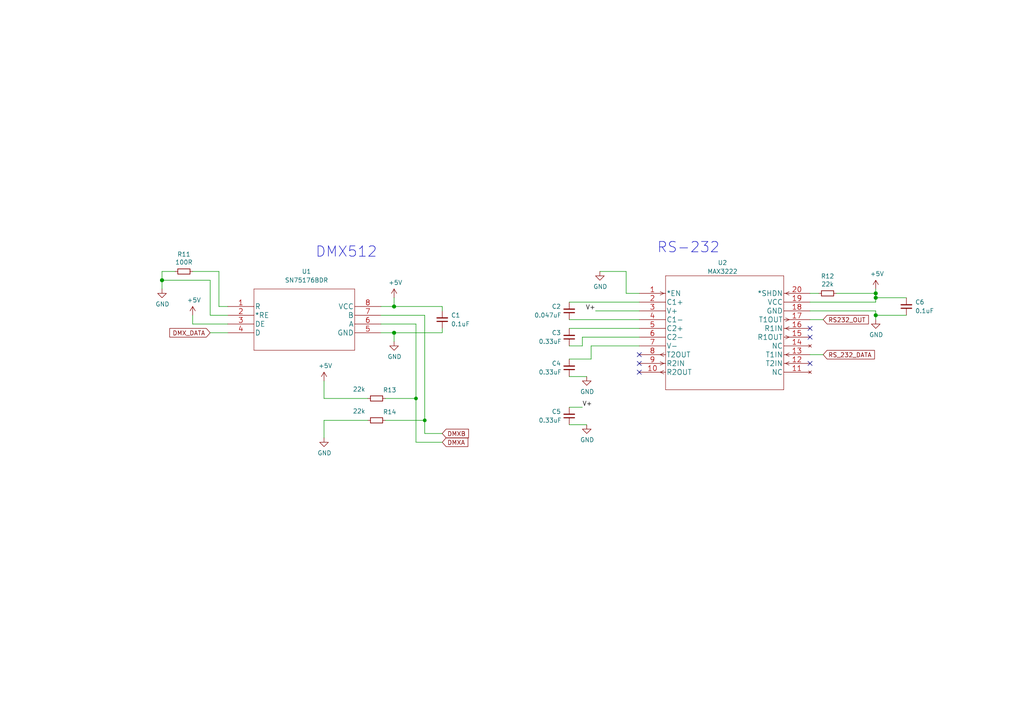
<source format=kicad_sch>
(kicad_sch (version 20230121) (generator eeschema)
  (paper "A4")
  (lib_symbols
    (symbol "Device:C_Small" (pin_numbers hide) (pin_names (offset 0.254) hide)
      (property "Reference" "C" (at 0.254 1.778 0))
      (property "Value" "C_Small" (at 0.254 -2.032 0))
      (symbol "C_Small_0_1"
        (polyline (pts (xy -1.524 -0.508) (xy 1.524 -0.508)) (stroke (width 0.3302)))
        (polyline (pts (xy -1.524 0.508) (xy 1.524 0.508)) (stroke (width 0.3048)))
      )
      (symbol "C_Small_1_1"
        (pin passive line (at 0 2.54 270) (length 2.032) (name "~") (number "1"))
        (pin passive line (at 0 -2.54 90) (length 2.032) (name "~") (number "2"))
      )
    )
    (symbol "Device:R_Small" (pin_numbers hide) (pin_names (offset 0.254) hide)
      (property "Reference" "R" (at 0.762 0.508 0))
      (property "Value" "R_Small" (at 0.762 -1.016 0))
      (symbol "R_Small_0_1"
        (rectangle (start -0.762 1.778) (end 0.762 -1.778) (stroke (width 0.2032)))
      )
      (symbol "R_Small_1_1"
        (pin passive line (at 0 2.54 270) (length 0.762) (name "~") (number "1"))
        (pin passive line (at 0 -2.54 90) (length 0.762) (name "~") (number "2"))
      )
    )
    (symbol "MAX3222:MAX3222ECAP+" (pin_names (offset 0.254))
      (property "Reference" "U?" (at 33.02 10.16 0))
      (property "Value" "MAX3222" (at 33.02 7.62 0))
      (symbol "MAX3222ECAP+_1_1"
        (polyline (pts (xy 7.112 -23.368) (xy 6.0452 -22.86)) (stroke (width 0.127)))
        (polyline (pts (xy 7.112 -22.352) (xy 6.0452 -22.86)) (stroke (width 0.127)))
        (polyline (pts (xy 7.112 -20.32) (xy 6.0452 -20.828)) (stroke (width 0.127)))
        (polyline (pts (xy 7.112 -20.32) (xy 6.0452 -19.812)) (stroke (width 0.127)))
        (polyline (pts (xy 7.112 -18.288) (xy 6.0452 -17.78)) (stroke (width 0.127)))
        (polyline (pts (xy 7.112 -17.272) (xy 6.0452 -17.78)) (stroke (width 0.127)))
        (polyline (pts (xy 7.112 0) (xy 6.0452 -0.508)) (stroke (width 0.127)))
        (polyline (pts (xy 7.112 0) (xy 6.0452 0.508)) (stroke (width 0.127)))
        (polyline (pts (xy 7.62 -27.94) (xy 41.91 -27.94)) (stroke (width 0.127)))
        (polyline (pts (xy 7.62 5.08) (xy 7.62 -27.94)) (stroke (width 0.127)))
        (polyline (pts (xy 41.91 -27.94) (xy 41.91 5.08)) (stroke (width 0.127)))
        (polyline (pts (xy 41.91 5.08) (xy 7.62 5.08)) (stroke (width 0.127)))
        (polyline (pts (xy 42.418 -20.32) (xy 43.4848 -20.828)) (stroke (width 0.127)))
        (polyline (pts (xy 42.418 -20.32) (xy 43.4848 -19.812)) (stroke (width 0.127)))
        (polyline (pts (xy 42.418 -17.78) (xy 43.4848 -18.288)) (stroke (width 0.127)))
        (polyline (pts (xy 42.418 -17.78) (xy 43.4848 -17.272)) (stroke (width 0.127)))
        (polyline (pts (xy 42.418 -13.208) (xy 43.4848 -12.7)) (stroke (width 0.127)))
        (polyline (pts (xy 42.418 -12.192) (xy 43.4848 -12.7)) (stroke (width 0.127)))
        (polyline (pts (xy 42.418 -10.16) (xy 43.4848 -10.668)) (stroke (width 0.127)))
        (polyline (pts (xy 42.418 -10.16) (xy 43.4848 -9.652)) (stroke (width 0.127)))
        (polyline (pts (xy 42.418 -8.128) (xy 43.4848 -7.62)) (stroke (width 0.127)))
        (polyline (pts (xy 42.418 -7.112) (xy 43.4848 -7.62)) (stroke (width 0.127)))
        (polyline (pts (xy 42.418 0) (xy 43.4848 -0.508)) (stroke (width 0.127)))
        (polyline (pts (xy 42.418 0) (xy 43.4848 0.508)) (stroke (width 0.127)))
        (pin input line (at 0 0 0) (length 7.62) (name "*EN") (number "1"))
        (pin output line (at 0 -22.86 0) (length 7.62) (name "R2OUT") (number "10"))
        (pin no_connect line (at 49.53 -22.86 180) (length 7.62) (name "NC") (number "11"))
        (pin input line (at 49.53 -20.32 180) (length 7.62) (name "T2IN") (number "12"))
        (pin input line (at 49.53 -17.78 180) (length 7.62) (name "T1IN") (number "13"))
        (pin no_connect line (at 49.53 -15.24 180) (length 7.62) (name "NC") (number "14"))
        (pin output line (at 49.53 -12.7 180) (length 7.62) (name "R1OUT") (number "15"))
        (pin input line (at 49.53 -10.16 180) (length 7.62) (name "R1IN") (number "16"))
        (pin output line (at 49.53 -7.62 180) (length 7.62) (name "T1OUT") (number "17"))
        (pin power_in line (at 49.53 -5.08 180) (length 7.62) (name "GND") (number "18"))
        (pin power_in line (at 49.53 -2.54 180) (length 7.62) (name "VCC") (number "19"))
        (pin unspecified line (at 0 -2.54 0) (length 7.62) (name "C1+") (number "2"))
        (pin input line (at 49.53 0 180) (length 7.62) (name "*SHDN") (number "20"))
        (pin power_in line (at 0 -5.08 0) (length 7.62) (name "V+") (number "3"))
        (pin unspecified line (at 0 -7.62 0) (length 7.62) (name "C1-") (number "4"))
        (pin unspecified line (at 0 -10.16 0) (length 7.62) (name "C2+") (number "5"))
        (pin unspecified line (at 0 -12.7 0) (length 7.62) (name "C2-") (number "6"))
        (pin power_in line (at 0 -15.24 0) (length 7.62) (name "V-") (number "7"))
        (pin output line (at 0 -17.78 0) (length 7.62) (name "T2OUT") (number "8"))
        (pin input line (at 0 -20.32 0) (length 7.62) (name "R2IN") (number "9"))
      )
    )
    (symbol "SN75176AP:SN75176AP" (pin_names (offset 0.254))
      (property "Reference" "U?" (at 29.21 10.16 0))
      (property "Value" "SN75176AP" (at 27.94 7.62 0))
      (symbol "SN75176AP_1_1"
        (polyline (pts (xy 7.62 -12.7) (xy 36.83 -12.7)) (stroke (width 0.127)))
        (polyline (pts (xy 7.62 5.08) (xy 7.62 -12.7)) (stroke (width 0.127)))
        (polyline (pts (xy 36.83 -12.7) (xy 36.83 5.08)) (stroke (width 0.127)))
        (polyline (pts (xy 36.83 5.08) (xy 7.62 5.08)) (stroke (width 0.127)))
        (pin output line (at 0 0 0) (length 7.62) (name "R") (number "1"))
        (pin input line (at 0 -2.54 0) (length 7.62) (name "*RE") (number "2"))
        (pin input line (at 0 -5.08 0) (length 7.62) (name "DE") (number "3"))
        (pin input line (at 0 -7.62 0) (length 7.62) (name "D") (number "4"))
        (pin power_in line (at 44.45 -7.62 180) (length 7.62) (name "GND") (number "5"))
        (pin output line (at 44.45 -5.08 180) (length 7.62) (name "A") (number "6"))
        (pin output line (at 44.45 -2.54 180) (length 7.62) (name "B") (number "7"))
        (pin power_in line (at 44.45 0 180) (length 7.62) (name "VCC") (number "8"))
      )
    )
    (symbol "power:+5V" (power) (pin_names (offset 0))
      (property "Value" "+5V" (at 0 3.556 0))
      (symbol "+5V_0_1"
        (polyline (pts (xy -0.762 1.27) (xy 0 2.54)))
        (polyline (pts (xy 0 0) (xy 0 2.54)))
        (polyline (pts (xy 0 2.54) (xy 0.762 1.27)))
      )
      (symbol "+5V_1_1"
        (pin power_in line (at 0 0 90) (length 0) hide (name "+5V") (number "1"))
      )
    )
    (symbol "power:GND" (power) (pin_names (offset 0))
      (property "Value" "GND" (at 0 -3.81 0))
      (symbol "GND_0_1"
        (polyline (pts (xy 0 0) (xy 0 -1.27) (xy 1.27 -1.27) (xy 0 -2.54) (xy -1.27 -1.27) (xy 0 -1.27)))
      )
      (symbol "GND_1_1"
        (pin power_in line (at 0 0 270) (length 0) hide (name "GND") (number "1"))
      )
    )
  )
  (junction (at 254 85.09) (diameter 1.016))
  (junction (at 120.65 115.57) (diameter 0.9144))
  (junction (at 114.3 88.9) (diameter 1.016))
  (junction (at 254 86.36) (diameter 1.016))
  (junction (at 46.99 81.28) (diameter 1.016))
  (junction (at 254 91.44) (diameter 1.016))
  (junction (at 114.3 96.52) (diameter 1.016))
  (junction (at 123.19 121.92) (diameter 0.9144))
  (no_connect (at 234.95 95.25))
  (no_connect (at 234.95 105.41))
  (no_connect (at 185.42 107.95))
  (no_connect (at 185.42 105.41))
  (no_connect (at 185.42 102.87))
  (no_connect (at 234.95 97.79))
  (wire (pts (xy 238.76 102.87) (xy 234.95 102.87)))
  (wire (pts (xy 262.89 91.44) (xy 254 91.44)))
  (wire (pts (xy 254 91.44) (xy 254 90.17)))
  (wire (pts (xy 114.3 88.9) (xy 110.49 88.9)))
  (wire (pts (xy 237.49 85.09) (xy 234.95 85.09)))
  (wire (pts (xy 234.95 87.63) (xy 254 87.63)))
  (wire (pts (xy 110.49 91.44) (xy 123.19 91.44)))
  (wire (pts (xy 254 92.71) (xy 254 91.44)))
  (wire (pts (xy 168.91 97.79) (xy 185.42 97.79)))
  (wire (pts (xy 168.91 118.11) (xy 165.1 118.11)))
  (wire (pts (xy 50.8 78.74) (xy 46.99 78.74)))
  (wire (pts (xy 120.65 93.98) (xy 120.65 115.57)))
  (wire (pts (xy 120.65 115.57) (xy 120.65 128.27)))
  (wire (pts (xy 110.49 96.52) (xy 114.3 96.52)))
  (wire (pts (xy 46.99 83.82) (xy 46.99 81.28)))
  (wire (pts (xy 63.5 78.74) (xy 63.5 88.9)))
  (wire (pts (xy 234.95 90.17) (xy 254 90.17)))
  (wire (pts (xy 173.99 78.74) (xy 181.61 78.74)))
  (wire (pts (xy 111.76 115.57) (xy 120.65 115.57)))
  (wire (pts (xy 165.1 92.71) (xy 185.42 92.71)))
  (wire (pts (xy 128.27 96.52) (xy 114.3 96.52)))
  (wire (pts (xy 55.88 93.98) (xy 66.04 93.98)))
  (wire (pts (xy 123.19 91.44) (xy 123.19 121.92)))
  (wire (pts (xy 123.19 121.92) (xy 123.19 125.73)))
  (wire (pts (xy 171.45 100.33) (xy 185.42 100.33)))
  (wire (pts (xy 242.57 85.09) (xy 254 85.09)))
  (wire (pts (xy 170.18 109.22) (xy 165.1 109.22)))
  (wire (pts (xy 55.88 91.44) (xy 55.88 93.98)))
  (wire (pts (xy 128.27 95.25) (xy 128.27 96.52)))
  (wire (pts (xy 111.76 121.92) (xy 123.19 121.92)))
  (wire (pts (xy 60.96 91.44) (xy 66.04 91.44)))
  (wire (pts (xy 46.99 78.74) (xy 46.99 81.28)))
  (wire (pts (xy 238.76 92.71) (xy 234.95 92.71)))
  (wire (pts (xy 93.98 121.92) (xy 93.98 127)))
  (wire (pts (xy 106.68 121.92) (xy 93.98 121.92)))
  (wire (pts (xy 114.3 96.52) (xy 114.3 99.06)))
  (wire (pts (xy 181.61 85.09) (xy 185.42 85.09)))
  (wire (pts (xy 165.1 87.63) (xy 185.42 87.63)))
  (wire (pts (xy 123.19 125.73) (xy 128.27 125.73)))
  (wire (pts (xy 46.99 81.28) (xy 60.96 81.28)))
  (wire (pts (xy 254 86.36) (xy 254 87.63)))
  (wire (pts (xy 60.96 81.28) (xy 60.96 91.44)))
  (wire (pts (xy 120.65 128.27) (xy 128.27 128.27)))
  (wire (pts (xy 254 83.82) (xy 254 85.09)))
  (wire (pts (xy 172.72 90.17) (xy 185.42 90.17)))
  (wire (pts (xy 93.98 110.49) (xy 93.98 115.57)))
  (wire (pts (xy 106.68 115.57) (xy 93.98 115.57)))
  (wire (pts (xy 110.49 93.98) (xy 120.65 93.98)))
  (wire (pts (xy 114.3 86.36) (xy 114.3 88.9)))
  (wire (pts (xy 171.45 104.14) (xy 165.1 104.14)))
  (wire (pts (xy 170.18 123.19) (xy 165.1 123.19)))
  (wire (pts (xy 55.88 78.74) (xy 63.5 78.74)))
  (wire (pts (xy 128.27 88.9) (xy 114.3 88.9)))
  (wire (pts (xy 165.1 100.33) (xy 168.91 100.33)))
  (wire (pts (xy 171.45 100.33) (xy 171.45 104.14)))
  (wire (pts (xy 168.91 100.33) (xy 168.91 97.79)))
  (wire (pts (xy 128.27 90.17) (xy 128.27 88.9)))
  (wire (pts (xy 63.5 88.9) (xy 66.04 88.9)))
  (wire (pts (xy 181.61 78.74) (xy 181.61 85.09)))
  (wire (pts (xy 60.96 96.52) (xy 66.04 96.52)))
  (wire (pts (xy 262.89 86.36) (xy 254 86.36)))
  (wire (pts (xy 254 85.09) (xy 254 86.36)))
  (wire (pts (xy 165.1 95.25) (xy 185.42 95.25)))
  (text "DMX512" (at 91.44 74.93 0) (effects (font (size 2.9972 2.9972)) (justify left bottom)))
  (text "RS-232" (at 190.5 73.66 0) (effects (font (size 2.9972 2.9972)) (justify left bottom)))
  (label "V+" (at 168.91 118.11 0))
  (label "V+" (at 172.72 90.17 180))
  (global_label "RS232_OUT" (shape input) (at 238.76 92.71 0) (property "Intersheetrefs" "${INTERSHEET_REFS}" (effects hide)))
  (global_label "DMXB" (shape input) (at 128.27 125.73 0) (property "Intersheetrefs" "${INTERSHEET_REFS}" (effects hide)))
  (global_label "DMXA" (shape input) (at 128.27 128.27 0) (property "Intersheetrefs" "${INTERSHEET_REFS}" (effects hide)))
  (global_label "DMX_DATA" (shape input) (at 60.96 96.52 180) (property "Intersheetrefs" "${INTERSHEET_REFS}" (effects hide)))
  (global_label "RS_232_DATA" (shape input) (at 238.76 102.87 0) (property "Intersheetrefs" "${INTERSHEET_REFS}" (effects hide)))
  (symbol (lib_id "Device:R_Small") (at 53.34 78.74 270) (unit 1)
    (property "Reference" "R11" (at 53.34 73.7616 90))
    (property "Value" "100R" (at 53.34 76.073 90))
    (property "Footprint" "Resistor_SMD:R_0805_2012Metric_Pad1.20x1.40mm_HandSolder" (effects hide))
    (property "LCSC Part #" "C17408" (effects hide))
    (property "LCSC" "C17408" (effects hide))
  )
  (symbol (lib_id "power:GND") (at 170.18 109.22 0) (unit 1)
    (property "Reference" "#PWR0128" (effects hide))
    (property "Value" "GND" (at 170.307 113.6142 0))
  )
  (symbol (lib_id "Device:R_Small") (at 109.22 121.92 270) (unit 1)
    (property "Reference" "R14" (at 113.03 119.4816 90))
    (property "Value" "22k" (at 104.14 119.253 90))
    (property "Footprint" "Resistor_SMD:R_0805_2012Metric_Pad1.20x1.40mm_HandSolder" (effects hide))
    (property "LCSC Part #" "C17414" (effects hide))
    (property "LCSC" "C17414" (effects hide))
  )
  (symbol (lib_id "power:GND") (at 173.99 78.74 0) (unit 1)
    (property "Reference" "#PWR0127" (effects hide))
    (property "Value" "GND" (at 174.117 83.1342 0))
  )
  (symbol (lib_id "power:GND") (at 46.99 83.82 0) (unit 1)
    (property "Reference" "#PWR0133" (effects hide))
    (property "Value" "GND" (at 47.117 88.2142 0))
  )
  (symbol (lib_id "power:+5V") (at 114.3 86.36 0) (unit 1)
    (property "Reference" "#PWR0130" (effects hide))
    (property "Value" "+5V" (at 114.681 81.9658 0))
  )
  (symbol (lib_id "SN75176AP:SN75176AP") (at 66.04 88.9 0) (unit 1)
    (property "Reference" "U1" (at 88.9 78.74 0))
    (property "Value" "SN75176BDR" (at 88.9 81.28 0))
    (property "Footprint" "Package_SO:SOIC-8_3.9x4.9mm_P1.27mm" (effects hide))
    (property "LCSC Part #" "C7063" (effects hide))
    (property "LCSC" "C7063" (effects hide))
  )
  (symbol (lib_id "power:GND") (at 170.18 123.19 0) (unit 1)
    (property "Reference" "#PWR0129" (effects hide))
    (property "Value" "GND" (at 170.307 127.5842 0))
  )
  (symbol (lib_id "power:+5V") (at 93.98 110.49 0) (unit 1)
    (property "Reference" "#PWR0140" (effects hide))
    (property "Value" "+5V" (at 94.361 106.0958 0))
  )
  (symbol (lib_id "Device:C_Small") (at 165.1 90.17 180) (unit 1)
    (property "Reference" "C2" (at 160.02 88.9 0) (effects (justify right)))
    (property "Value" "0.047uF" (at 154.94 91.44 0) (effects (justify right)))
    (property "Footprint" "Capacitor_SMD:C_0805_2012Metric_Pad1.18x1.45mm_HandSolder" (effects hide))
    (property "LCSC Part #" "C53134" (effects hide))
    (property "LCSC" "C53134" (effects hide))
  )
  (symbol (lib_id "power:GND") (at 114.3 99.06 0) (unit 1)
    (property "Reference" "#PWR0131" (effects hide))
    (property "Value" "GND" (at 114.427 103.4542 0))
  )
  (symbol (lib_id "Device:C_Small") (at 165.1 120.65 180) (unit 1)
    (property "Reference" "C5" (at 160.02 119.38 0) (effects (justify right)))
    (property "Value" "0.33uF" (at 156.21 121.92 0) (effects (justify right)))
    (property "Footprint" "Capacitor_SMD:C_0805_2012Metric_Pad1.18x1.45mm_HandSolder" (effects hide))
    (property "LCSC Part #" "C1740" (effects hide))
    (property "LCSC" "C1740" (effects hide))
  )
  (symbol (lib_id "Device:C_Small") (at 262.89 88.9 180) (unit 1)
    (property "Reference" "C6" (at 265.43 87.63 0) (effects (justify right)))
    (property "Value" "0.1uF" (at 265.43 90.17 0) (effects (justify right)))
    (property "Footprint" "Capacitor_SMD:C_0805_2012Metric_Pad1.18x1.45mm_HandSolder" (effects hide))
    (property "LCSC Part #" "C49678" (effects hide))
    (property "LCSC" "C49678" (effects hide))
  )
  (symbol (lib_id "power:GND") (at 254 92.71 0) (unit 1)
    (property "Reference" "#PWR0126" (effects hide))
    (property "Value" "GND" (at 254.127 97.1042 0))
  )
  (symbol (lib_id "Device:C_Small") (at 165.1 106.68 180) (unit 1)
    (property "Reference" "C4" (at 160.02 105.41 0) (effects (justify right)))
    (property "Value" "0.33uF" (at 156.21 107.95 0) (effects (justify right)))
    (property "Footprint" "Capacitor_SMD:C_0805_2012Metric_Pad1.18x1.45mm_HandSolder" (effects hide))
    (property "LCSC Part #" "C1740" (effects hide))
    (property "LCSC" "C1740" (effects hide))
  )
  (symbol (lib_id "Device:C_Small") (at 128.27 92.71 180) (unit 1)
    (property "Reference" "C1" (at 130.81 91.44 0) (effects (justify right)))
    (property "Value" "0.1uF" (at 130.81 93.98 0) (effects (justify right)))
    (property "Footprint" "Capacitor_SMD:C_0805_2012Metric_Pad1.18x1.45mm_HandSolder" (effects hide))
    (property "LCSC Part #" "C49678" (effects hide))
    (property "LCSC" "C49678" (effects hide))
  )
  (symbol (lib_id "power:+5V") (at 254 83.82 0) (unit 1)
    (property "Reference" "#PWR0125" (effects hide))
    (property "Value" "+5V" (at 254.381 79.4258 0))
  )
  (symbol (lib_id "Device:C_Small") (at 165.1 97.79 180) (unit 1)
    (property "Reference" "C3" (at 160.02 96.52 0) (effects (justify right)))
    (property "Value" "0.33uF" (at 156.21 99.06 0) (effects (justify right)))
    (property "Footprint" "Capacitor_SMD:C_0805_2012Metric_Pad1.18x1.45mm_HandSolder" (effects hide))
    (property "LCSC Part #" "C1740" (effects hide))
    (property "LCSC" "C1740" (effects hide))
  )
  (symbol (lib_id "power:+5V") (at 55.88 91.44 0) (unit 1)
    (property "Reference" "#PWR0132" (effects hide))
    (property "Value" "+5V" (at 56.261 87.0458 0))
  )
  (symbol (lib_id "Device:R_Small") (at 240.03 85.09 270) (unit 1)
    (property "Reference" "R12" (at 240.03 80.1116 90))
    (property "Value" "22k" (at 240.03 82.423 90))
    (property "Footprint" "Resistor_SMD:R_0805_2012Metric_Pad1.20x1.40mm_HandSolder" (effects hide))
    (property "LCSC Part #" "C17560" (effects hide))
    (property "LCSC" "C17560" (effects hide))
  )
  (symbol (lib_id "Device:R_Small") (at 109.22 115.57 270) (unit 1)
    (property "Reference" "R13" (at 113.03 113.1316 90))
    (property "Value" "22k" (at 104.14 112.903 90))
    (property "Footprint" "Resistor_SMD:R_0805_2012Metric_Pad1.20x1.40mm_HandSolder" (effects hide))
    (property "LCSC Part #" "C17414" (effects hide))
    (property "LCSC" "C17414" (effects hide))
  )
  (symbol (lib_id "power:GND") (at 93.98 127 0) (unit 1)
    (property "Reference" "#PWR0139" (effects hide))
    (property "Value" "GND" (at 94.107 131.3942 0))
  )
  (symbol (lib_id "MAX3222:MAX3222ECAP+") (at 185.42 85.09 0) (unit 1)
    (property "Reference" "U2" (at 209.55 76.2 0))
    (property "Value" "MAX3222" (at 209.55 78.74 0))
    (property "Footprint" "Package_SO:TSSOP-20_4.4x6.5mm_P0.65mm" (effects hide))
    (property "LCSC Part #" "C124672" (effects hide))
    (property "LCSC" "C124672" (effects hide))
  )
)
</source>
